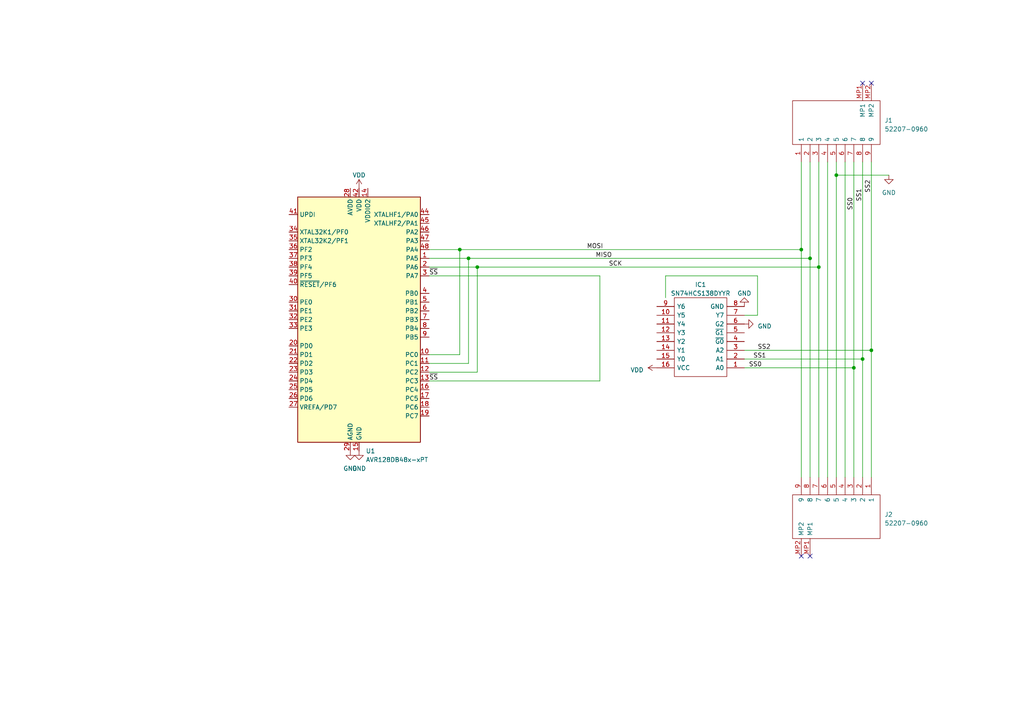
<source format=kicad_sch>
(kicad_sch (version 20230121) (generator eeschema)
  (paper "A4")
  (lib_symbols
    (symbol "52207-0960:52207-0960" (pin_names (offset 0.762))
      (property "Reference" "J" (at 19.05 7.62 0))
      (property "Value" "52207-0960" (at 19.05 5.08 0))
      (symbol "52207-0960_0_0"
        (pin passive line (at 22.86 -20.32 180) (length 5.08) (name "1") (number "1"))
        (pin passive line (at 22.86 -17.78 180) (length 5.08) (name "2") (number "2"))
        (pin passive line (at 22.86 -15.24 180) (length 5.08) (name "3") (number "3"))
        (pin passive line (at 22.86 -12.7 180) (length 5.08) (name "4") (number "4"))
        (pin passive line (at 22.86 -10.16 180) (length 5.08) (name "5") (number "5"))
        (pin passive line (at 22.86 -7.62 180) (length 5.08) (name "6") (number "6"))
        (pin passive line (at 22.86 -5.08 180) (length 5.08) (name "7") (number "7"))
        (pin passive line (at 22.86 -2.54 180) (length 5.08) (name "8") (number "8"))
        (pin passive line (at 22.86 0 180) (length 5.08) (name "9") (number "9"))
        (pin passive line (at 0 -2.54 0) (length 5.08) (name "MP1") (number "MP1"))
        (pin passive line (at 0 0 0) (length 5.08) (name "MP2") (number "MP2"))
      )
      (symbol "52207-0960_0_1"
        (polyline (pts (xy 5.08 2.54) (xy 17.78 2.54) (xy 17.78 -22.86) (xy 5.08 -22.86) (xy 5.08 2.54)) (stroke (width 0.1524)))
      )
    )
    (symbol "MCU_Microchip_AVR_Dx:AVR128DB48x-xPT"
      (property "Reference" "U" (at -17.78 36.83 0))
      (property "Value" "AVR128DB48x-xPT" (at 5.08 -36.83 0))
      (symbol "AVR128DB48x-xPT_0_1"
        (rectangle (start -17.78 35.56) (end 17.78 -35.56) (stroke (width 0.254)) (fill (type background)))
      )
      (symbol "AVR128DB48x-xPT_1_1"
        (pin bidirectional line (at 20.32 17.78 180) (length 2.54) (name "PA5") (number "1"))
        (pin bidirectional line (at 20.32 -10.16 180) (length 2.54) (name "PC0") (number "10"))
        (pin bidirectional line (at 20.32 -12.7 180) (length 2.54) (name "PC1") (number "11"))
        (pin bidirectional line (at 20.32 -15.24 180) (length 2.54) (name "PC2") (number "12"))
        (pin bidirectional line (at 20.32 -17.78 180) (length 2.54) (name "PC3") (number "13"))
        (pin power_in line (at 2.54 38.1 270) (length 2.54) (name "VDDIO2") (number "14"))
        (pin power_in line (at 0 -38.1 90) (length 2.54) (name "GND") (number "15"))
        (pin bidirectional line (at 20.32 -20.32 180) (length 2.54) (name "PC4") (number "16"))
        (pin bidirectional line (at 20.32 -22.86 180) (length 2.54) (name "PC5") (number "17"))
        (pin bidirectional line (at 20.32 -25.4 180) (length 2.54) (name "PC6") (number "18"))
        (pin bidirectional line (at 20.32 -27.94 180) (length 2.54) (name "PC7") (number "19"))
        (pin bidirectional line (at 20.32 15.24 180) (length 2.54) (name "PA6") (number "2"))
        (pin bidirectional line (at -20.32 -7.62 0) (length 2.54) (name "PD0") (number "20"))
        (pin bidirectional line (at -20.32 -10.16 0) (length 2.54) (name "PD1") (number "21"))
        (pin bidirectional line (at -20.32 -12.7 0) (length 2.54) (name "PD2") (number "22"))
        (pin bidirectional line (at -20.32 -15.24 0) (length 2.54) (name "PD3") (number "23"))
        (pin bidirectional line (at -20.32 -17.78 0) (length 2.54) (name "PD4") (number "24"))
        (pin bidirectional line (at -20.32 -20.32 0) (length 2.54) (name "PD5") (number "25"))
        (pin bidirectional line (at -20.32 -22.86 0) (length 2.54) (name "PD6") (number "26"))
        (pin bidirectional line (at -20.32 -25.4 0) (length 2.54) (name "VREFA/PD7") (number "27"))
        (pin power_in line (at -2.54 38.1 270) (length 2.54) (name "AVDD") (number "28"))
        (pin power_in line (at -2.54 -38.1 90) (length 2.54) (name "AGND") (number "29"))
        (pin bidirectional line (at 20.32 12.7 180) (length 2.54) (name "PA7") (number "3"))
        (pin bidirectional line (at -20.32 5.08 0) (length 2.54) (name "PE0") (number "30"))
        (pin bidirectional line (at -20.32 2.54 0) (length 2.54) (name "PE1") (number "31"))
        (pin bidirectional line (at -20.32 0 0) (length 2.54) (name "PE2") (number "32"))
        (pin bidirectional line (at -20.32 -2.54 0) (length 2.54) (name "PE3") (number "33"))
        (pin bidirectional line (at -20.32 25.4 0) (length 2.54) (name "XTAL32K1/PF0") (number "34"))
        (pin bidirectional line (at -20.32 22.86 0) (length 2.54) (name "XTAL32K2/PF1") (number "35"))
        (pin bidirectional line (at -20.32 20.32 0) (length 2.54) (name "PF2") (number "36"))
        (pin bidirectional line (at -20.32 17.78 0) (length 2.54) (name "PF3") (number "37"))
        (pin bidirectional line (at -20.32 15.24 0) (length 2.54) (name "PF4") (number "38"))
        (pin bidirectional line (at -20.32 12.7 0) (length 2.54) (name "PF5") (number "39"))
        (pin bidirectional line (at 20.32 7.62 180) (length 2.54) (name "PB0") (number "4"))
        (pin bidirectional line (at -20.32 10.16 0) (length 2.54) (name "~{RESET}/PF6") (number "40"))
        (pin input line (at -20.32 30.48 0) (length 2.54) (name "UPDI") (number "41"))
        (pin power_in line (at 0 38.1 270) (length 2.54) (name "VDD") (number "42"))
        (pin passive line (at 0 -38.1 90) (length 2.54) hide (name "GND") (number "43"))
        (pin bidirectional line (at 20.32 30.48 180) (length 2.54) (name "XTALHF1/PA0") (number "44"))
        (pin bidirectional line (at 20.32 27.94 180) (length 2.54) (name "XTALHF2/PA1") (number "45"))
        (pin bidirectional line (at 20.32 25.4 180) (length 2.54) (name "PA2") (number "46"))
        (pin bidirectional line (at 20.32 22.86 180) (length 2.54) (name "PA3") (number "47"))
        (pin bidirectional line (at 20.32 20.32 180) (length 2.54) (name "PA4") (number "48"))
        (pin bidirectional line (at 20.32 5.08 180) (length 2.54) (name "PB1") (number "5"))
        (pin bidirectional line (at 20.32 2.54 180) (length 2.54) (name "PB2") (number "6"))
        (pin bidirectional line (at 20.32 0 180) (length 2.54) (name "PB3") (number "7"))
        (pin bidirectional line (at 20.32 -2.54 180) (length 2.54) (name "PB4") (number "8"))
        (pin bidirectional line (at 20.32 -5.08 180) (length 2.54) (name "PB5") (number "9"))
      )
    )
    (symbol "SN74HCS138DYYR:SN74HCS138DYYR" (pin_names (offset 0.762))
      (property "Reference" "IC" (at 21.59 7.62 0))
      (property "Value" "SN74HCS138DYYR" (at 21.59 5.08 0))
      (symbol "SN74HCS138DYYR_0_0"
        (pin passive line (at 0 0 0) (length 5.08) (name "A0") (number "1"))
        (pin passive line (at 25.4 -15.24 180) (length 5.08) (name "Y5") (number "10"))
        (pin passive line (at 25.4 -12.7 180) (length 5.08) (name "Y4") (number "11"))
        (pin passive line (at 25.4 -10.16 180) (length 5.08) (name "Y3") (number "12"))
        (pin passive line (at 25.4 -7.62 180) (length 5.08) (name "Y2") (number "13"))
        (pin passive line (at 25.4 -5.08 180) (length 5.08) (name "Y1") (number "14"))
        (pin passive line (at 25.4 -2.54 180) (length 5.08) (name "Y0") (number "15"))
        (pin passive line (at 25.4 0 180) (length 5.08) (name "VCC") (number "16"))
        (pin passive line (at 0 -2.54 0) (length 5.08) (name "A1") (number "2"))
        (pin passive line (at 0 -5.08 0) (length 5.08) (name "A2") (number "3"))
        (pin passive line (at 0 -7.62 0) (length 5.08) (name "~{G0}") (number "4"))
        (pin passive line (at 0 -10.16 0) (length 5.08) (name "~{G1}") (number "5"))
        (pin passive line (at 0 -12.7 0) (length 5.08) (name "G2") (number "6"))
        (pin passive line (at 0 -15.24 0) (length 5.08) (name "Y7") (number "7"))
        (pin passive line (at 0 -17.78 0) (length 5.08) (name "GND") (number "8"))
        (pin passive line (at 25.4 -17.78 180) (length 5.08) (name "Y6") (number "9"))
      )
      (symbol "SN74HCS138DYYR_0_1"
        (polyline (pts (xy 5.08 2.54) (xy 20.32 2.54) (xy 20.32 -20.32) (xy 5.08 -20.32) (xy 5.08 2.54)) (stroke (width 0.1524)))
      )
    )
    (symbol "power:GND" (power) (pin_names (offset 0))
      (property "Value" "GND" (at 0 -3.81 0))
      (symbol "GND_0_1"
        (polyline (pts (xy 0 0) (xy 0 -1.27) (xy 1.27 -1.27) (xy 0 -2.54) (xy -1.27 -1.27) (xy 0 -1.27)))
      )
      (symbol "GND_1_1"
        (pin power_in line (at 0 0 270) (length 0) hide (name "GND") (number "1"))
      )
    )
    (symbol "power:VDD" (power) (pin_names (offset 0))
      (property "Value" "VDD" (at 0 3.81 0))
      (symbol "VDD_0_1"
        (polyline (pts (xy -0.762 1.27) (xy 0 2.54)))
        (polyline (pts (xy 0 0) (xy 0 2.54)))
        (polyline (pts (xy 0 2.54) (xy 0.762 1.27)))
      )
      (symbol "VDD_1_1"
        (pin power_in line (at 0 0 90) (length 0) hide (name "VDD") (number "1"))
      )
    )
  )
  (junction (at 234.95 74.93))
  (junction (at 135.89 74.93))
  (junction (at 237.49 77.47))
  (junction (at 250.19 104.14))
  (junction (at 242.57 50.8))
  (junction (at 247.65 106.68))
  (junction (at 138.43 77.47))
  (junction (at 133.35 72.39))
  (junction (at 232.41 72.39))
  (junction (at 252.73 101.6))
  (no_connect (at 250.19 24.13))
  (no_connect (at 252.73 24.13))
  (no_connect (at 234.95 161.29))
  (no_connect (at 232.41 161.29))
  (wire (pts (xy 133.35 72.39) (xy 232.41 72.39)))
  (wire (pts (xy 237.49 46.99) (xy 237.49 77.47)))
  (wire (pts (xy 215.9 101.6) (xy 252.73 101.6)))
  (wire (pts (xy 247.65 106.68) (xy 247.65 138.43)))
  (wire (pts (xy 240.03 46.99) (xy 240.03 138.43)))
  (wire (pts (xy 124.46 105.41) (xy 135.89 105.41)))
  (wire (pts (xy 124.46 74.93) (xy 135.89 74.93)))
  (wire (pts (xy 234.95 74.93) (xy 234.95 138.43)))
  (wire (pts (xy 232.41 46.99) (xy 232.41 72.39)))
  (wire (pts (xy 242.57 50.8) (xy 257.81 50.8)))
  (wire (pts (xy 138.43 107.95) (xy 138.43 77.47)))
  (wire (pts (xy 124.46 110.49) (xy 173.99 110.49)))
  (wire (pts (xy 219.71 91.44) (xy 215.9 91.44)))
  (wire (pts (xy 234.95 46.99) (xy 234.95 74.93)))
  (wire (pts (xy 124.46 77.47) (xy 138.43 77.47)))
  (wire (pts (xy 215.9 104.14) (xy 250.19 104.14)))
  (wire (pts (xy 124.46 72.39) (xy 133.35 72.39)))
  (wire (pts (xy 135.89 74.93) (xy 234.95 74.93)))
  (wire (pts (xy 173.99 80.01) (xy 173.99 110.49)))
  (wire (pts (xy 193.04 80.01) (xy 219.71 80.01)))
  (wire (pts (xy 135.89 105.41) (xy 135.89 74.93)))
  (wire (pts (xy 245.11 46.99) (xy 245.11 138.43)))
  (wire (pts (xy 193.04 86.36) (xy 193.04 80.01)))
  (wire (pts (xy 237.49 77.47) (xy 237.49 138.43)))
  (wire (pts (xy 247.65 46.99) (xy 247.65 106.68)))
  (wire (pts (xy 215.9 106.68) (xy 247.65 106.68)))
  (wire (pts (xy 124.46 102.87) (xy 133.35 102.87)))
  (wire (pts (xy 250.19 104.14) (xy 250.19 138.43)))
  (wire (pts (xy 242.57 46.99) (xy 242.57 50.8)))
  (wire (pts (xy 252.73 46.99) (xy 252.73 101.6)))
  (wire (pts (xy 252.73 101.6) (xy 252.73 138.43)))
  (wire (pts (xy 133.35 102.87) (xy 133.35 72.39)))
  (wire (pts (xy 124.46 107.95) (xy 138.43 107.95)))
  (wire (pts (xy 250.19 46.99) (xy 250.19 104.14)))
  (wire (pts (xy 138.43 77.47) (xy 237.49 77.47)))
  (wire (pts (xy 232.41 72.39) (xy 232.41 138.43)))
  (wire (pts (xy 173.99 80.01) (xy 124.46 80.01)))
  (wire (pts (xy 219.71 80.01) (xy 219.71 91.44)))
  (wire (pts (xy 242.57 50.8) (xy 242.57 138.43)))
  (label "SCK" (at 176.53 77.47 0))
  (label "SS0" (at 217.17 106.68 0))
  (label "SS1" (at 250.19 54.61 270))
  (label "MISO" (at 172.72 74.93 0))
  (label "SS2" (at 252.73 52.07 270))
  (label "SS0" (at 247.65 57.15 270))
  (label "~{SS}" (at 124.46 80.01 0))
  (label "SS1" (at 218.44 104.14 0))
  (label "SS2" (at 219.71 101.6 0))
  (label "MOSI" (at 170.18 72.39 0))
  (label "~{SS}" (at 124.46 110.49 0))
  (symbol (lib_id "power:GND") (at 101.6 130.81 0) (unit 1)
    (property "Reference" "#PWR02" (effects hide))
    (property "Value" "GND" (at 101.6 135.89 0))
  )
  (symbol (lib_id "power:VDD") (at 190.5 106.68 90) (unit 1)
    (property "Reference" "#PWR05" (effects hide))
    (property "Value" "VDD" (at 186.69 107.315 90) (effects (justify left)))
  )
  (symbol (lib_id "power:GND") (at 215.9 93.98 90) (unit 1)
    (property "Reference" "#PWR07" (effects hide))
    (property "Value" "GND" (at 219.71 94.615 90) (effects (justify right)))
  )
  (symbol (lib_id "power:GND") (at 104.14 130.81 0) (unit 1)
    (property "Reference" "#PWR01" (effects hide))
    (property "Value" "GND" (at 104.14 135.89 0))
  )
  (symbol (lib_id "power:GND") (at 257.81 50.8 0) (unit 1)
    (property "Reference" "#PWR03" (effects hide))
    (property "Value" "GND" (at 257.81 55.88 0))
  )
  (symbol (lib_id "power:VDD") (at 104.14 54.61 0) (unit 1)
    (property "Reference" "#PWR06" (effects hide))
    (property "Value" "VDD" (at 104.14 50.8 0))
  )
  (symbol (lib_id "52207-0960:52207-0960") (at 252.73 24.13 270) (unit 1)
    (property "Reference" "J1" (at 256.54 34.925 90) (effects (justify left)))
    (property "Value" "52207-0960" (at 256.54 37.465 90) (effects (justify left)))
    (property "Footprint" "522070960" (effects hide))
    (property "Description" "FFC & FPC Connectors 1.0 FPC ZIF SMTHsgAs HsgAssy9CktEmbsTpPkg" (effects hide))
    (property "Height" "2.7" (effects hide))
    (property "Mouser Part Number" "538-52207-0960" (effects hide))
    (property "Mouser Price/Stock" "https://www.mouser.co.uk/ProductDetail/Molex/52207-0960?qs=sMDukONGwJXLTqZFriGbHg%3D%3D" (effects hide))
    (property "Manufacturer_Name" "Molex" (effects hide))
    (property "Manufacturer_Part_Number" "52207-0960" (effects hide))
  )
  (symbol (lib_id "52207-0960:52207-0960") (at 232.41 161.29 90) (unit 1)
    (property "Reference" "J2" (at 256.54 149.225 90) (effects (justify right)))
    (property "Value" "52207-0960" (at 256.54 151.765 90) (effects (justify right)))
    (property "Footprint" "522070960" (effects hide))
    (property "Description" "FFC & FPC Connectors 1.0 FPC ZIF SMTHsgAs HsgAssy9CktEmbsTpPkg" (effects hide))
    (property "Height" "2.7" (effects hide))
    (property "Mouser Part Number" "538-52207-0960" (effects hide))
    (property "Mouser Price/Stock" "https://www.mouser.co.uk/ProductDetail/Molex/52207-0960?qs=sMDukONGwJXLTqZFriGbHg%3D%3D" (effects hide))
    (property "Manufacturer_Name" "Molex" (effects hide))
    (property "Manufacturer_Part_Number" "52207-0960" (effects hide))
  )
  (symbol (lib_id "power:GND") (at 215.9 88.9 180) (unit 1)
    (property "Reference" "#PWR04" (effects hide))
    (property "Value" "GND" (at 215.9 85.09 0))
  )
  (symbol (lib_id "SN74HCS138DYYR:SN74HCS138DYYR") (at 215.9 106.68 180) (unit 1)
    (property "Reference" "IC1" (at 203.2 82.55 0))
    (property "Value" "SN74HCS138DYYR" (at 203.2 85.09 0))
    (property "Footprint" "SOP50P326X110-16N" (effects hide))
    (property "Datasheet" "https://www.ti.com/lit/ds/symlink/sn74hcs138.pdf?HQS=dis-mous-null-mousermode-dsf-pf-null-wwe&ts=1670224357669&ref_url=https%253A%252F%252Fwww.mouser.cn%252F" (effects hide))
    (property "Description" "Encoders, Decoders, Multiplexers & Demultiplexers 3-line to 8-line decoders/demultiplexer with Schmitt-trigger inputs" (effects hide))
    (property "Height" "1.1" (effects hide))
    (property "Mouser Part Number" "595-SN74HCS138DYYR" (effects hide))
    (property "Mouser Price/Stock" "https://www.mouser.co.uk/ProductDetail/Texas-Instruments/SN74HCS138DYYR?qs=QNEnbhJQKva3t5Bgt3s6Cg%3D%3D" (effects hide))
    (property "Manufacturer_Name" "Texas Instruments" (effects hide))
    (property "Manufacturer_Part_Number" "SN74HCS138DYYR" (effects hide))
  )
  (symbol (lib_id "MCU_Microchip_AVR_Dx:AVR128DB48x-xPT") (at 104.14 92.71 0) (unit 1)
    (property "Reference" "U1" (at 106.0959 130.81 0) (effects (justify left)))
    (property "Value" "AVR128DB48x-xPT" (at 106.0959 133.35 0) (effects (justify left)))
    (property "Footprint" "Package_QFP:TQFP-48_7x7mm_P0.5mm" (effects hide))
    (property "Datasheet" "https://ww1.microchip.com/downloads/en/DeviceDoc/AVR128DB28-32-48-64-DataSheet-DS40002247A.pdf" (effects hide))
  )
)
</source>
